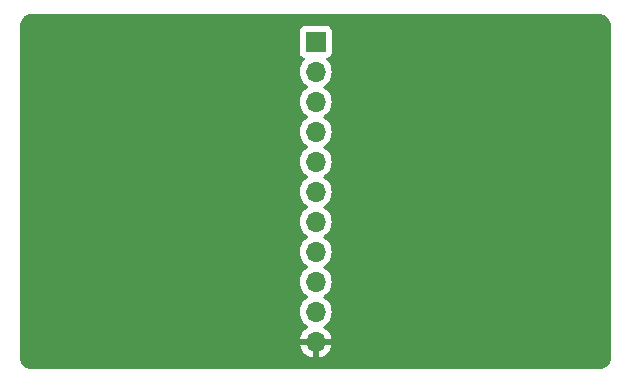
<source format=gbr>
%TF.GenerationSoftware,KiCad,Pcbnew,7.0.6-0*%
%TF.CreationDate,2023-11-06T09:59:00-05:00*%
%TF.ProjectId,AntSniffer,416e7453-6e69-4666-9665-722e6b696361,rev?*%
%TF.SameCoordinates,Original*%
%TF.FileFunction,Copper,L2,Bot*%
%TF.FilePolarity,Positive*%
%FSLAX46Y46*%
G04 Gerber Fmt 4.6, Leading zero omitted, Abs format (unit mm)*
G04 Created by KiCad (PCBNEW 7.0.6-0) date 2023-11-06 09:59:00*
%MOMM*%
%LPD*%
G01*
G04 APERTURE LIST*
%TA.AperFunction,ComponentPad*%
%ADD10R,1.700000X1.700000*%
%TD*%
%TA.AperFunction,ComponentPad*%
%ADD11O,1.700000X1.700000*%
%TD*%
%TA.AperFunction,ViaPad*%
%ADD12C,0.800000*%
%TD*%
G04 APERTURE END LIST*
D10*
%TO.P,J1,1,Pin_1*%
%TO.N,/A2*%
X168540000Y-44900000D03*
D11*
%TO.P,J1,2,Pin_2*%
%TO.N,/SCL*%
X168540000Y-47440000D03*
%TO.P,J1,3,Pin_3*%
%TO.N,/SDA*%
X168540000Y-49980000D03*
%TO.P,J1,4,Pin_4*%
%TO.N,/PLUG*%
X168540000Y-52520000D03*
%TO.P,J1,5,Pin_5*%
%TO.N,/A1*%
X168540000Y-55060000D03*
%TO.P,J1,6,Pin_6*%
%TO.N,/TX*%
X168540000Y-57600000D03*
%TO.P,J1,7,Pin_7*%
%TO.N,/RST*%
X168540000Y-60140000D03*
%TO.P,J1,8,Pin_8*%
%TO.N,/3V3*%
X168540000Y-62680000D03*
%TO.P,J1,9,Pin_9*%
%TO.N,/RX*%
X168540000Y-65220000D03*
%TO.P,J1,10,Pin_10*%
%TO.N,/A0*%
X168540000Y-67760000D03*
%TO.P,J1,11,Pin_11*%
%TO.N,GND*%
X168540000Y-70300000D03*
%TD*%
D12*
%TO.N,GND*%
X146837400Y-69443600D03*
X182295800Y-61759600D03*
X154736800Y-61771800D03*
X190093600Y-45974000D03*
X154762200Y-57771800D03*
X147015200Y-46126400D03*
X182295800Y-57759600D03*
X182295800Y-49759600D03*
X190119000Y-69519800D03*
X154762200Y-49771800D03*
%TD*%
%TA.AperFunction,Conductor*%
%TO.N,GND*%
G36*
X192550695Y-42545735D02*
G01*
X192593519Y-42549482D01*
X192719771Y-42561918D01*
X192739685Y-42565541D01*
X192806349Y-42583403D01*
X192899570Y-42611682D01*
X192915971Y-42617958D01*
X192983411Y-42649406D01*
X192986375Y-42650888D01*
X193023969Y-42670982D01*
X193070327Y-42695762D01*
X193076667Y-42699657D01*
X193142828Y-42745983D01*
X193146600Y-42748844D01*
X193218808Y-42808103D01*
X193223309Y-42812182D01*
X193280815Y-42869688D01*
X193284895Y-42874190D01*
X193344154Y-42946398D01*
X193347015Y-42950170D01*
X193393341Y-43016331D01*
X193397236Y-43022671D01*
X193442101Y-43106605D01*
X193443614Y-43109631D01*
X193475040Y-43177027D01*
X193481319Y-43193435D01*
X193509601Y-43286669D01*
X193527454Y-43353299D01*
X193531082Y-43373238D01*
X193543523Y-43499554D01*
X193547264Y-43542302D01*
X193547500Y-43547710D01*
X193547500Y-71615889D01*
X193547264Y-71621297D01*
X193543523Y-71664045D01*
X193531082Y-71790360D01*
X193527454Y-71810299D01*
X193509601Y-71876930D01*
X193481318Y-71970163D01*
X193475040Y-71986571D01*
X193443614Y-72053967D01*
X193442101Y-72056993D01*
X193397236Y-72140927D01*
X193393341Y-72147267D01*
X193347015Y-72213428D01*
X193344154Y-72217200D01*
X193284895Y-72289408D01*
X193280806Y-72293920D01*
X193223320Y-72351406D01*
X193218808Y-72355495D01*
X193146600Y-72414754D01*
X193142828Y-72417615D01*
X193076667Y-72463941D01*
X193070327Y-72467836D01*
X192986393Y-72512701D01*
X192983367Y-72514214D01*
X192915971Y-72545640D01*
X192899563Y-72551918D01*
X192806330Y-72580201D01*
X192739699Y-72598054D01*
X192719760Y-72601682D01*
X192593445Y-72614123D01*
X192552789Y-72617680D01*
X192550696Y-72617864D01*
X192545290Y-72618100D01*
X144487310Y-72618100D01*
X144481903Y-72617864D01*
X144479615Y-72617663D01*
X144439154Y-72614123D01*
X144312838Y-72601682D01*
X144292899Y-72598054D01*
X144226269Y-72580201D01*
X144133035Y-72551919D01*
X144116627Y-72545640D01*
X144068033Y-72522981D01*
X144049218Y-72514207D01*
X144046205Y-72512701D01*
X143962271Y-72467836D01*
X143955931Y-72463941D01*
X143889770Y-72417615D01*
X143885998Y-72414754D01*
X143813790Y-72355495D01*
X143809288Y-72351415D01*
X143751782Y-72293909D01*
X143747703Y-72289408D01*
X143688444Y-72217200D01*
X143685583Y-72213428D01*
X143639257Y-72147267D01*
X143635362Y-72140927D01*
X143610582Y-72094569D01*
X143590488Y-72056975D01*
X143589006Y-72054011D01*
X143557558Y-71986571D01*
X143551282Y-71970170D01*
X143522998Y-71876930D01*
X143505141Y-71810285D01*
X143501518Y-71790371D01*
X143489082Y-71664119D01*
X143485335Y-71621295D01*
X143485100Y-71615893D01*
X143485100Y-67760000D01*
X167184341Y-67760000D01*
X167204936Y-67995403D01*
X167204938Y-67995413D01*
X167266094Y-68223655D01*
X167266096Y-68223659D01*
X167266097Y-68223663D01*
X167365965Y-68437829D01*
X167365965Y-68437830D01*
X167365967Y-68437834D01*
X167501501Y-68631395D01*
X167501506Y-68631402D01*
X167668597Y-68798493D01*
X167668603Y-68798498D01*
X167854594Y-68928730D01*
X167898219Y-68983307D01*
X167905413Y-69052805D01*
X167873890Y-69115160D01*
X167854595Y-69131880D01*
X167668922Y-69261890D01*
X167668920Y-69261891D01*
X167501891Y-69428920D01*
X167501886Y-69428926D01*
X167366400Y-69622420D01*
X167366399Y-69622422D01*
X167266570Y-69836507D01*
X167266567Y-69836513D01*
X167209364Y-70049999D01*
X167209364Y-70050000D01*
X168106314Y-70050000D01*
X168080507Y-70090156D01*
X168040000Y-70228111D01*
X168040000Y-70371889D01*
X168080507Y-70509844D01*
X168106314Y-70550000D01*
X167209364Y-70550000D01*
X167266567Y-70763486D01*
X167266570Y-70763492D01*
X167366399Y-70977578D01*
X167501894Y-71171082D01*
X167668917Y-71338105D01*
X167862421Y-71473600D01*
X168076507Y-71573429D01*
X168076516Y-71573433D01*
X168290000Y-71630634D01*
X168290000Y-70735501D01*
X168397685Y-70784680D01*
X168504237Y-70800000D01*
X168575763Y-70800000D01*
X168682315Y-70784680D01*
X168790000Y-70735501D01*
X168790000Y-71630633D01*
X169003483Y-71573433D01*
X169003492Y-71573429D01*
X169217578Y-71473600D01*
X169411082Y-71338105D01*
X169578105Y-71171082D01*
X169713600Y-70977578D01*
X169813429Y-70763492D01*
X169813432Y-70763486D01*
X169870636Y-70550000D01*
X168973686Y-70550000D01*
X168999493Y-70509844D01*
X169040000Y-70371889D01*
X169040000Y-70228111D01*
X168999493Y-70090156D01*
X168973686Y-70050000D01*
X169870636Y-70050000D01*
X169870635Y-70049999D01*
X169813432Y-69836513D01*
X169813429Y-69836507D01*
X169713600Y-69622422D01*
X169713599Y-69622420D01*
X169578113Y-69428926D01*
X169578108Y-69428920D01*
X169411078Y-69261890D01*
X169225405Y-69131879D01*
X169181780Y-69077302D01*
X169174588Y-69007804D01*
X169206110Y-68945449D01*
X169225406Y-68928730D01*
X169411401Y-68798495D01*
X169578495Y-68631401D01*
X169714035Y-68437830D01*
X169813903Y-68223663D01*
X169875063Y-67995408D01*
X169895659Y-67760000D01*
X169875063Y-67524592D01*
X169813903Y-67296337D01*
X169714035Y-67082171D01*
X169578495Y-66888599D01*
X169578494Y-66888597D01*
X169411402Y-66721506D01*
X169411396Y-66721501D01*
X169225842Y-66591575D01*
X169182217Y-66536998D01*
X169175023Y-66467500D01*
X169206546Y-66405145D01*
X169225842Y-66388425D01*
X169248026Y-66372891D01*
X169411401Y-66258495D01*
X169578495Y-66091401D01*
X169714035Y-65897830D01*
X169813903Y-65683663D01*
X169875063Y-65455408D01*
X169895659Y-65220000D01*
X169875063Y-64984592D01*
X169813903Y-64756337D01*
X169714035Y-64542171D01*
X169578495Y-64348599D01*
X169578494Y-64348597D01*
X169411402Y-64181506D01*
X169411401Y-64181505D01*
X169225842Y-64051575D01*
X169225841Y-64051574D01*
X169182216Y-63996997D01*
X169175024Y-63927498D01*
X169206546Y-63865144D01*
X169225836Y-63848428D01*
X169411401Y-63718495D01*
X169578495Y-63551401D01*
X169714035Y-63357830D01*
X169813903Y-63143663D01*
X169875063Y-62915408D01*
X169895659Y-62680000D01*
X169875063Y-62444592D01*
X169813903Y-62216337D01*
X169714035Y-62002171D01*
X169578495Y-61808599D01*
X169578494Y-61808597D01*
X169411402Y-61641506D01*
X169411396Y-61641501D01*
X169225842Y-61511575D01*
X169182217Y-61456998D01*
X169175023Y-61387500D01*
X169206546Y-61325145D01*
X169225842Y-61308425D01*
X169248026Y-61292891D01*
X169411401Y-61178495D01*
X169578495Y-61011401D01*
X169714035Y-60817830D01*
X169813903Y-60603663D01*
X169875063Y-60375408D01*
X169895659Y-60140000D01*
X169875063Y-59904592D01*
X169813903Y-59676337D01*
X169714035Y-59462171D01*
X169578495Y-59268599D01*
X169578494Y-59268597D01*
X169411402Y-59101506D01*
X169411401Y-59101505D01*
X169225842Y-58971575D01*
X169225841Y-58971574D01*
X169182216Y-58916997D01*
X169175024Y-58847498D01*
X169206546Y-58785144D01*
X169225836Y-58768428D01*
X169411401Y-58638495D01*
X169578495Y-58471401D01*
X169714035Y-58277830D01*
X169813903Y-58063663D01*
X169875063Y-57835408D01*
X169895659Y-57600000D01*
X169875063Y-57364592D01*
X169813903Y-57136337D01*
X169714035Y-56922171D01*
X169578495Y-56728599D01*
X169578494Y-56728597D01*
X169411402Y-56561506D01*
X169411396Y-56561501D01*
X169225842Y-56431575D01*
X169182217Y-56376998D01*
X169175023Y-56307500D01*
X169206546Y-56245145D01*
X169225842Y-56228425D01*
X169248026Y-56212891D01*
X169411401Y-56098495D01*
X169578495Y-55931401D01*
X169714035Y-55737830D01*
X169813903Y-55523663D01*
X169875063Y-55295408D01*
X169895659Y-55060000D01*
X169875063Y-54824592D01*
X169813903Y-54596337D01*
X169714035Y-54382171D01*
X169578495Y-54188599D01*
X169578494Y-54188597D01*
X169411402Y-54021506D01*
X169411401Y-54021505D01*
X169225842Y-53891575D01*
X169225841Y-53891574D01*
X169182216Y-53836997D01*
X169175024Y-53767498D01*
X169206546Y-53705144D01*
X169225836Y-53688428D01*
X169411401Y-53558495D01*
X169578495Y-53391401D01*
X169714035Y-53197830D01*
X169813903Y-52983663D01*
X169875063Y-52755408D01*
X169895659Y-52520000D01*
X169875063Y-52284592D01*
X169813903Y-52056337D01*
X169714035Y-51842171D01*
X169578495Y-51648599D01*
X169578494Y-51648597D01*
X169411402Y-51481506D01*
X169411396Y-51481501D01*
X169225842Y-51351575D01*
X169182217Y-51296998D01*
X169175023Y-51227500D01*
X169206546Y-51165145D01*
X169225842Y-51148425D01*
X169248026Y-51132891D01*
X169411401Y-51018495D01*
X169578495Y-50851401D01*
X169714035Y-50657830D01*
X169813903Y-50443663D01*
X169875063Y-50215408D01*
X169895659Y-49980000D01*
X169875063Y-49744592D01*
X169813903Y-49516337D01*
X169714035Y-49302171D01*
X169578495Y-49108599D01*
X169578494Y-49108597D01*
X169411402Y-48941506D01*
X169411401Y-48941505D01*
X169225842Y-48811575D01*
X169225841Y-48811574D01*
X169182216Y-48756997D01*
X169175024Y-48687498D01*
X169206546Y-48625144D01*
X169225836Y-48608428D01*
X169411401Y-48478495D01*
X169578495Y-48311401D01*
X169714035Y-48117830D01*
X169813903Y-47903663D01*
X169875063Y-47675408D01*
X169895659Y-47440000D01*
X169875063Y-47204592D01*
X169813903Y-46976337D01*
X169714035Y-46762171D01*
X169578495Y-46568599D01*
X169456567Y-46446671D01*
X169423084Y-46385351D01*
X169428068Y-46315659D01*
X169469939Y-46259725D01*
X169500915Y-46242810D01*
X169632331Y-46193796D01*
X169747546Y-46107546D01*
X169833796Y-45992331D01*
X169884091Y-45857483D01*
X169890500Y-45797873D01*
X169890499Y-44002128D01*
X169884091Y-43942517D01*
X169833796Y-43807669D01*
X169833795Y-43807668D01*
X169833793Y-43807664D01*
X169747547Y-43692455D01*
X169747544Y-43692452D01*
X169632335Y-43606206D01*
X169632328Y-43606202D01*
X169497482Y-43555908D01*
X169497483Y-43555908D01*
X169437883Y-43549501D01*
X169437881Y-43549500D01*
X169437873Y-43549500D01*
X169437864Y-43549500D01*
X167642129Y-43549500D01*
X167642123Y-43549501D01*
X167582516Y-43555908D01*
X167447671Y-43606202D01*
X167447664Y-43606206D01*
X167332455Y-43692452D01*
X167332452Y-43692455D01*
X167246206Y-43807664D01*
X167246202Y-43807671D01*
X167195908Y-43942517D01*
X167189501Y-44002116D01*
X167189501Y-44002123D01*
X167189500Y-44002135D01*
X167189500Y-45797870D01*
X167189501Y-45797876D01*
X167195908Y-45857483D01*
X167246202Y-45992328D01*
X167246206Y-45992335D01*
X167332452Y-46107544D01*
X167332455Y-46107547D01*
X167447664Y-46193793D01*
X167447671Y-46193797D01*
X167579081Y-46242810D01*
X167635015Y-46284681D01*
X167659432Y-46350145D01*
X167644580Y-46418418D01*
X167623430Y-46446673D01*
X167501503Y-46568600D01*
X167365965Y-46762169D01*
X167365964Y-46762171D01*
X167266098Y-46976335D01*
X167266094Y-46976344D01*
X167204938Y-47204586D01*
X167204936Y-47204596D01*
X167184341Y-47439999D01*
X167184341Y-47440000D01*
X167204936Y-47675403D01*
X167204938Y-47675413D01*
X167266094Y-47903655D01*
X167266096Y-47903659D01*
X167266097Y-47903663D01*
X167365965Y-48117829D01*
X167365965Y-48117830D01*
X167365967Y-48117834D01*
X167501501Y-48311395D01*
X167501506Y-48311402D01*
X167668597Y-48478493D01*
X167668603Y-48478498D01*
X167854158Y-48608425D01*
X167897783Y-48663002D01*
X167904977Y-48732500D01*
X167873454Y-48794855D01*
X167854158Y-48811575D01*
X167668597Y-48941505D01*
X167501505Y-49108597D01*
X167365965Y-49302169D01*
X167365964Y-49302171D01*
X167266098Y-49516335D01*
X167266094Y-49516344D01*
X167204938Y-49744586D01*
X167204936Y-49744596D01*
X167184341Y-49979999D01*
X167184341Y-49980000D01*
X167204936Y-50215403D01*
X167204938Y-50215413D01*
X167266094Y-50443655D01*
X167266096Y-50443659D01*
X167266097Y-50443663D01*
X167365965Y-50657829D01*
X167365965Y-50657830D01*
X167365967Y-50657834D01*
X167501501Y-50851395D01*
X167501506Y-50851402D01*
X167668597Y-51018493D01*
X167668603Y-51018498D01*
X167854158Y-51148425D01*
X167897783Y-51203002D01*
X167904977Y-51272500D01*
X167873454Y-51334855D01*
X167854158Y-51351575D01*
X167668597Y-51481505D01*
X167501505Y-51648597D01*
X167365965Y-51842169D01*
X167365964Y-51842171D01*
X167266098Y-52056335D01*
X167266094Y-52056344D01*
X167204938Y-52284586D01*
X167204936Y-52284596D01*
X167184341Y-52519999D01*
X167184341Y-52520000D01*
X167204936Y-52755403D01*
X167204938Y-52755413D01*
X167266094Y-52983655D01*
X167266096Y-52983659D01*
X167266097Y-52983663D01*
X167365965Y-53197830D01*
X167365967Y-53197834D01*
X167501501Y-53391395D01*
X167501506Y-53391402D01*
X167668597Y-53558493D01*
X167668603Y-53558498D01*
X167854158Y-53688425D01*
X167897783Y-53743002D01*
X167904977Y-53812500D01*
X167873454Y-53874855D01*
X167854158Y-53891575D01*
X167668597Y-54021505D01*
X167501505Y-54188597D01*
X167365965Y-54382169D01*
X167365964Y-54382171D01*
X167266098Y-54596335D01*
X167266094Y-54596344D01*
X167204938Y-54824586D01*
X167204936Y-54824596D01*
X167184341Y-55059999D01*
X167184341Y-55060000D01*
X167204936Y-55295403D01*
X167204938Y-55295413D01*
X167266094Y-55523655D01*
X167266096Y-55523659D01*
X167266097Y-55523663D01*
X167365965Y-55737830D01*
X167365967Y-55737834D01*
X167501501Y-55931395D01*
X167501506Y-55931402D01*
X167668597Y-56098493D01*
X167668603Y-56098498D01*
X167854158Y-56228425D01*
X167897783Y-56283002D01*
X167904977Y-56352500D01*
X167873454Y-56414855D01*
X167854158Y-56431575D01*
X167668597Y-56561505D01*
X167501505Y-56728597D01*
X167365965Y-56922169D01*
X167365964Y-56922171D01*
X167266098Y-57136335D01*
X167266094Y-57136344D01*
X167204938Y-57364586D01*
X167204936Y-57364596D01*
X167184341Y-57599999D01*
X167184341Y-57600000D01*
X167204936Y-57835403D01*
X167204938Y-57835413D01*
X167266094Y-58063655D01*
X167266096Y-58063659D01*
X167266097Y-58063663D01*
X167365965Y-58277829D01*
X167365965Y-58277830D01*
X167365967Y-58277834D01*
X167501501Y-58471395D01*
X167501506Y-58471402D01*
X167668597Y-58638493D01*
X167668603Y-58638498D01*
X167854158Y-58768425D01*
X167897783Y-58823002D01*
X167904977Y-58892500D01*
X167873454Y-58954855D01*
X167854158Y-58971575D01*
X167668597Y-59101505D01*
X167501505Y-59268597D01*
X167365965Y-59462169D01*
X167365964Y-59462171D01*
X167266098Y-59676335D01*
X167266094Y-59676344D01*
X167204938Y-59904586D01*
X167204936Y-59904596D01*
X167184341Y-60139999D01*
X167184341Y-60140000D01*
X167204936Y-60375403D01*
X167204938Y-60375413D01*
X167266094Y-60603655D01*
X167266096Y-60603659D01*
X167266097Y-60603663D01*
X167365965Y-60817830D01*
X167365967Y-60817834D01*
X167501501Y-61011395D01*
X167501506Y-61011402D01*
X167668597Y-61178493D01*
X167668603Y-61178498D01*
X167854158Y-61308425D01*
X167897783Y-61363002D01*
X167904977Y-61432500D01*
X167873454Y-61494855D01*
X167854158Y-61511575D01*
X167668597Y-61641505D01*
X167501505Y-61808597D01*
X167365965Y-62002169D01*
X167365964Y-62002171D01*
X167266098Y-62216335D01*
X167266094Y-62216344D01*
X167204938Y-62444586D01*
X167204936Y-62444596D01*
X167184341Y-62679999D01*
X167184341Y-62680000D01*
X167204936Y-62915403D01*
X167204938Y-62915413D01*
X167266094Y-63143655D01*
X167266096Y-63143659D01*
X167266097Y-63143663D01*
X167365965Y-63357829D01*
X167365965Y-63357830D01*
X167365967Y-63357834D01*
X167501501Y-63551395D01*
X167501506Y-63551402D01*
X167668597Y-63718493D01*
X167668603Y-63718498D01*
X167854158Y-63848425D01*
X167897783Y-63903002D01*
X167904977Y-63972500D01*
X167873454Y-64034855D01*
X167854158Y-64051575D01*
X167668597Y-64181505D01*
X167501505Y-64348597D01*
X167365965Y-64542169D01*
X167365964Y-64542171D01*
X167266098Y-64756335D01*
X167266094Y-64756344D01*
X167204938Y-64984586D01*
X167204936Y-64984596D01*
X167184341Y-65219999D01*
X167184341Y-65220000D01*
X167204936Y-65455403D01*
X167204938Y-65455413D01*
X167266094Y-65683655D01*
X167266096Y-65683659D01*
X167266097Y-65683663D01*
X167365965Y-65897829D01*
X167365965Y-65897830D01*
X167365967Y-65897834D01*
X167501501Y-66091395D01*
X167501506Y-66091402D01*
X167668597Y-66258493D01*
X167668603Y-66258498D01*
X167854158Y-66388425D01*
X167897783Y-66443002D01*
X167904977Y-66512500D01*
X167873454Y-66574855D01*
X167854158Y-66591575D01*
X167668597Y-66721505D01*
X167501505Y-66888597D01*
X167365965Y-67082169D01*
X167365964Y-67082171D01*
X167266098Y-67296335D01*
X167266094Y-67296344D01*
X167204938Y-67524586D01*
X167204936Y-67524596D01*
X167184341Y-67759999D01*
X167184341Y-67760000D01*
X143485100Y-67760000D01*
X143485100Y-43547704D01*
X143485336Y-43542298D01*
X143489082Y-43499479D01*
X143501518Y-43373221D01*
X143505142Y-43353309D01*
X143523002Y-43286653D01*
X143551283Y-43193424D01*
X143557553Y-43177037D01*
X143589020Y-43109558D01*
X143590472Y-43106653D01*
X143635364Y-43022666D01*
X143639257Y-43016331D01*
X143672437Y-42968945D01*
X143685594Y-42950155D01*
X143688427Y-42946420D01*
X143747722Y-42874168D01*
X143751762Y-42869710D01*
X143809310Y-42812162D01*
X143813768Y-42808122D01*
X143886020Y-42748827D01*
X143889755Y-42745994D01*
X143955934Y-42699654D01*
X143962266Y-42695764D01*
X144046253Y-42650872D01*
X144049158Y-42649420D01*
X144116637Y-42617953D01*
X144133024Y-42611683D01*
X144226253Y-42583402D01*
X144292909Y-42565542D01*
X144312823Y-42561918D01*
X144439142Y-42549477D01*
X144481905Y-42545735D01*
X144487306Y-42545500D01*
X192545293Y-42545500D01*
X192550695Y-42545735D01*
G37*
%TD.AperFunction*%
%TD*%
M02*

</source>
